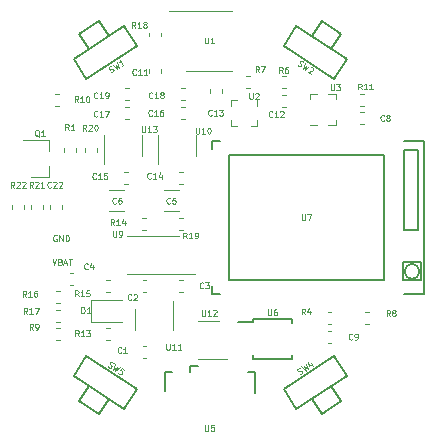
<source format=gbr>
%TF.GenerationSoftware,KiCad,Pcbnew,5.1.5+dfsg1-2~bpo10+1*%
%TF.CreationDate,Date%
%TF.ProjectId,osw-light,6f73772d-6c69-4676-9874-2e6b69636164,1.0*%
%TF.SameCoordinates,Original*%
%TF.FileFunction,Legend,Top*%
%TF.FilePolarity,Positive*%
%FSLAX46Y46*%
G04 Gerber Fmt 4.6, Leading zero omitted, Abs format (unit mm)*
G04 Created by KiCad*
%MOMM*%
%LPD*%
G04 APERTURE LIST*
%ADD10C,0.100000*%
%ADD11C,0.150000*%
%ADD12C,0.120000*%
G04 APERTURE END LIST*
D10*
X63195247Y-103128000D02*
X63147628Y-103104190D01*
X63076200Y-103104190D01*
X63004771Y-103128000D01*
X62957152Y-103175619D01*
X62933342Y-103223238D01*
X62909533Y-103318476D01*
X62909533Y-103389904D01*
X62933342Y-103485142D01*
X62957152Y-103532761D01*
X63004771Y-103580380D01*
X63076200Y-103604190D01*
X63123819Y-103604190D01*
X63195247Y-103580380D01*
X63219057Y-103556571D01*
X63219057Y-103389904D01*
X63123819Y-103389904D01*
X63433342Y-103604190D02*
X63433342Y-103104190D01*
X63719057Y-103604190D01*
X63719057Y-103104190D01*
X63957152Y-103604190D02*
X63957152Y-103104190D01*
X64076200Y-103104190D01*
X64147628Y-103128000D01*
X64195247Y-103175619D01*
X64219057Y-103223238D01*
X64242866Y-103318476D01*
X64242866Y-103389904D01*
X64219057Y-103485142D01*
X64195247Y-103532761D01*
X64147628Y-103580380D01*
X64076200Y-103604190D01*
X63957152Y-103604190D01*
X62856371Y-105123490D02*
X63023038Y-105623490D01*
X63189704Y-105123490D01*
X63523038Y-105361585D02*
X63594466Y-105385395D01*
X63618276Y-105409204D01*
X63642085Y-105456823D01*
X63642085Y-105528252D01*
X63618276Y-105575871D01*
X63594466Y-105599680D01*
X63546847Y-105623490D01*
X63356371Y-105623490D01*
X63356371Y-105123490D01*
X63523038Y-105123490D01*
X63570657Y-105147300D01*
X63594466Y-105171109D01*
X63618276Y-105218728D01*
X63618276Y-105266347D01*
X63594466Y-105313966D01*
X63570657Y-105337776D01*
X63523038Y-105361585D01*
X63356371Y-105361585D01*
X63832561Y-105480633D02*
X64070657Y-105480633D01*
X63784942Y-105623490D02*
X63951609Y-105123490D01*
X64118276Y-105623490D01*
X64213514Y-105123490D02*
X64499228Y-105123490D01*
X64356371Y-105623490D02*
X64356371Y-105123490D01*
D11*
%TO.C,U5*%
X75200000Y-114165500D02*
X74500000Y-114165500D01*
X74500000Y-114165500D02*
X74500000Y-114665500D01*
X80000000Y-116465500D02*
X80000000Y-114665500D01*
X80000000Y-114665500D02*
X79400000Y-114665500D01*
X72400000Y-116265500D02*
X72400000Y-114665500D01*
X72400000Y-114665500D02*
X73000000Y-114665500D01*
%TO.C,SW2*%
X87312054Y-86044416D02*
X86473310Y-87335968D01*
X85634713Y-84955138D02*
X87312054Y-86044416D01*
X84795968Y-86246690D02*
X85634713Y-84955138D01*
X83504416Y-85407946D02*
X82415138Y-87085287D01*
X87764862Y-88174713D02*
X83504416Y-85407946D01*
X86675584Y-89852054D02*
X87764862Y-88174713D01*
X82415138Y-87085287D02*
X86675584Y-89852054D01*
%TO.C,SW1*%
X66765287Y-84955138D02*
X67604032Y-86246690D01*
X65087946Y-86044416D02*
X66765287Y-84955138D01*
X65926690Y-87335968D02*
X65087946Y-86044416D01*
X64635138Y-88174713D02*
X65724416Y-89852054D01*
X68895584Y-85407946D02*
X64635138Y-88174713D01*
X69984862Y-87085287D02*
X68895584Y-85407946D01*
X65724416Y-89852054D02*
X69984862Y-87085287D01*
%TO.C,SW5*%
X65087946Y-117155584D02*
X65926690Y-115864032D01*
X66765287Y-118244862D02*
X65087946Y-117155584D01*
X67604032Y-116953310D02*
X66765287Y-118244862D01*
X68895584Y-117792054D02*
X69984862Y-116114713D01*
X64635138Y-115025287D02*
X68895584Y-117792054D01*
X65724416Y-113347946D02*
X64635138Y-115025287D01*
X69984862Y-116114713D02*
X65724416Y-113347946D01*
%TO.C,SW4*%
X85634713Y-118244862D02*
X84795968Y-116953310D01*
X87312054Y-117155584D02*
X85634713Y-118244862D01*
X86473310Y-115864032D02*
X87312054Y-117155584D01*
X87764862Y-115025287D02*
X86675584Y-113347946D01*
X83504416Y-117792054D02*
X87764862Y-115025287D01*
X82415138Y-116114713D02*
X83504416Y-117792054D01*
X86675584Y-113347946D02*
X82415138Y-116114713D01*
D12*
%TO.C,R18*%
X71054500Y-89054721D02*
X71054500Y-89380279D01*
X72074500Y-89054721D02*
X72074500Y-89380279D01*
%TO.C,C11*%
X72074500Y-86268779D02*
X72074500Y-85943221D01*
X71054500Y-86268779D02*
X71054500Y-85943221D01*
%TO.C,C22*%
X62609000Y-100548221D02*
X62609000Y-100873779D01*
X63629000Y-100548221D02*
X63629000Y-100873779D01*
%TO.C,U13*%
X70393200Y-96404000D02*
X70393200Y-94604000D01*
X67173200Y-94604000D02*
X67173200Y-97054000D01*
%TO.C,U12*%
X76973000Y-110340500D02*
X75173000Y-110340500D01*
X75173000Y-113560500D02*
X77623000Y-113560500D01*
%TO.C,U10*%
X75016000Y-96404000D02*
X75016000Y-94604000D01*
X71796000Y-94604000D02*
X71796000Y-97054000D01*
%TO.C,R22*%
X59383200Y-100873779D02*
X59383200Y-100548221D01*
X60403200Y-100873779D02*
X60403200Y-100548221D01*
%TO.C,R21*%
X62054200Y-100522721D02*
X62054200Y-100848279D01*
X61034200Y-100522721D02*
X61034200Y-100848279D01*
%TO.C,R20*%
X65580800Y-96073179D02*
X65580800Y-95747621D01*
X66600800Y-96073179D02*
X66600800Y-95747621D01*
%TO.C,C19*%
X69026721Y-90676000D02*
X69352279Y-90676000D01*
X69026721Y-91696000D02*
X69352279Y-91696000D01*
%TO.C,C18*%
X73725821Y-90676000D02*
X74051379Y-90676000D01*
X73725821Y-91696000D02*
X74051379Y-91696000D01*
%TO.C,C17*%
X69026721Y-92263500D02*
X69352279Y-92263500D01*
X69026721Y-93283500D02*
X69352279Y-93283500D01*
%TO.C,C16*%
X73725821Y-92263500D02*
X74051379Y-92263500D01*
X73725821Y-93283500D02*
X74051379Y-93283500D01*
%TO.C,C15*%
X68925221Y-97737200D02*
X69250779Y-97737200D01*
X68925221Y-98757200D02*
X69250779Y-98757200D01*
%TO.C,C14*%
X73548021Y-97737200D02*
X73873579Y-97737200D01*
X73548021Y-98757200D02*
X73873579Y-98757200D01*
%TO.C,C6*%
X67673136Y-99267600D02*
X68877264Y-99267600D01*
X67673136Y-101087600D02*
X68877264Y-101087600D01*
%TO.C,C5*%
X72318336Y-99267600D02*
X73522464Y-99267600D01*
X72318336Y-101087600D02*
X73522464Y-101087600D01*
%TO.C,U2*%
X80144800Y-93360800D02*
X80144800Y-93860800D01*
X80144800Y-93860800D02*
X79644800Y-93860800D01*
X79644800Y-93860800D02*
X79644800Y-93860800D01*
X78444800Y-93860800D02*
X77944800Y-93860800D01*
X77944800Y-93860800D02*
X77944800Y-93360800D01*
X77944800Y-93360800D02*
X77944800Y-93360800D01*
X77944800Y-92160800D02*
X77944800Y-91660800D01*
X77944800Y-91660800D02*
X78444800Y-91660800D01*
X78444800Y-91660800D02*
X78444800Y-91660800D01*
X80144800Y-92160800D02*
X80144800Y-91660800D01*
X80144800Y-91660800D02*
X80144800Y-91660800D01*
%TO.C,U9*%
X71323200Y-103190400D02*
X69123200Y-103190400D01*
X71323200Y-103190400D02*
X73523200Y-103190400D01*
X71323200Y-106410400D02*
X69123200Y-106410400D01*
X71323200Y-106410400D02*
X74923200Y-106410400D01*
%TO.C,R19*%
X73548021Y-102668800D02*
X73873579Y-102668800D01*
X73548021Y-101648800D02*
X73873579Y-101648800D01*
%TO.C,C13*%
X77167200Y-91043979D02*
X77167200Y-90718421D01*
X76147200Y-91043979D02*
X76147200Y-90718421D01*
%TO.C,C12*%
X82585679Y-91234800D02*
X82260121Y-91234800D01*
X82585679Y-92254800D02*
X82260121Y-92254800D01*
%TO.C,C9*%
X86146421Y-112270000D02*
X86471979Y-112270000D01*
X86146421Y-111250000D02*
X86471979Y-111250000D01*
%TO.C,C8*%
X89189679Y-92708000D02*
X88864121Y-92708000D01*
X89189679Y-93728000D02*
X88864121Y-93728000D01*
%TO.C,R17*%
X63510379Y-109421200D02*
X63184821Y-109421200D01*
X63510379Y-110441200D02*
X63184821Y-110441200D01*
%TO.C,R16*%
X63184821Y-108866400D02*
X63510379Y-108866400D01*
X63184821Y-107846400D02*
X63510379Y-107846400D01*
%TO.C,R7*%
X79212121Y-89660000D02*
X79537679Y-89660000D01*
X79212121Y-90680000D02*
X79537679Y-90680000D01*
%TO.C,R6*%
X82611179Y-90680000D02*
X82285621Y-90680000D01*
X82611179Y-89660000D02*
X82285621Y-89660000D01*
D10*
%TO.C,U3*%
X86850400Y-93806000D02*
X86850400Y-93326000D01*
X86850400Y-91586000D02*
X86850400Y-91106000D01*
X86850400Y-91106000D02*
X86210400Y-91106000D01*
X86850400Y-93806000D02*
X86210400Y-93806000D01*
X85290400Y-91106000D02*
X84650400Y-91106000D01*
X84650400Y-91586000D02*
X84650400Y-91106000D01*
X85290400Y-93806000D02*
X84650400Y-93806000D01*
D12*
%TO.C,U1*%
X76136500Y-89224800D02*
X78086500Y-89224800D01*
X76136500Y-89224800D02*
X74186500Y-89224800D01*
X76136500Y-84104800D02*
X78086500Y-84104800D01*
X76136500Y-84104800D02*
X72686500Y-84104800D01*
D11*
%TO.C,U6*%
X79808200Y-110237400D02*
X79808200Y-110462400D01*
X83158200Y-110237400D02*
X83158200Y-110537400D01*
X83158200Y-113587400D02*
X83158200Y-113287400D01*
X79808200Y-113587400D02*
X79808200Y-113287400D01*
X79808200Y-110237400D02*
X83158200Y-110237400D01*
X79808200Y-113587400D02*
X83158200Y-113587400D01*
X79808200Y-110462400D02*
X78583200Y-110462400D01*
D12*
%TO.C,U11*%
X69814800Y-109336000D02*
X69814800Y-111136000D01*
X73034800Y-111136000D02*
X73034800Y-108686000D01*
%TO.C,R11*%
X88864121Y-91133200D02*
X89189679Y-91133200D01*
X88864121Y-92153200D02*
X89189679Y-92153200D01*
%TO.C,R10*%
X63408779Y-92153200D02*
X63083221Y-92153200D01*
X63408779Y-91133200D02*
X63083221Y-91133200D01*
%TO.C,R14*%
X70774779Y-102668800D02*
X70449221Y-102668800D01*
X70774779Y-101648800D02*
X70449221Y-101648800D01*
%TO.C,R4*%
X86146421Y-109599000D02*
X86471979Y-109599000D01*
X86146421Y-110619000D02*
X86471979Y-110619000D01*
%TO.C,R15*%
X67688679Y-107952000D02*
X67363121Y-107952000D01*
X67688679Y-106932000D02*
X67363121Y-106932000D01*
%TO.C,R13*%
X67401221Y-110996000D02*
X67726779Y-110996000D01*
X67401221Y-112016000D02*
X67726779Y-112016000D01*
%TO.C,R1*%
X64822800Y-95747621D02*
X64822800Y-96073179D01*
X63802800Y-95747621D02*
X63802800Y-96073179D01*
%TO.C,Q1*%
X62532800Y-98201600D02*
X62532800Y-97271600D01*
X62532800Y-95041600D02*
X62532800Y-95971600D01*
X62532800Y-95041600D02*
X60372800Y-95041600D01*
X62532800Y-98201600D02*
X61072800Y-98201600D01*
%TO.C,D1*%
X68767200Y-108564800D02*
X66082200Y-108564800D01*
X66082200Y-108564800D02*
X66082200Y-110484800D01*
X66082200Y-110484800D02*
X68767200Y-110484800D01*
%TO.C,C4*%
X64627979Y-107291600D02*
X64302421Y-107291600D01*
X64627979Y-106271600D02*
X64302421Y-106271600D01*
%TO.C,C3*%
X73560621Y-106932000D02*
X73886179Y-106932000D01*
X73560621Y-107952000D02*
X73886179Y-107952000D01*
%TO.C,C2*%
X70474621Y-106932000D02*
X70800179Y-106932000D01*
X70474621Y-107952000D02*
X70800179Y-107952000D01*
%TO.C,C1*%
X70474521Y-112469200D02*
X70800079Y-112469200D01*
X70474521Y-113489200D02*
X70800079Y-113489200D01*
%TO.C,R9*%
X63484879Y-112016000D02*
X63159321Y-112016000D01*
X63484879Y-110996000D02*
X63159321Y-110996000D01*
%TO.C,R8*%
X89672379Y-110593600D02*
X89346821Y-110593600D01*
X89672379Y-109573600D02*
X89346821Y-109573600D01*
D11*
%TO.C,U7*%
X94286000Y-95100000D02*
X94286000Y-108100000D01*
X92586000Y-108100000D02*
X94286000Y-108100000D01*
X92586000Y-95100000D02*
X94286000Y-95100000D01*
X76336000Y-95800000D02*
X76336000Y-95100000D01*
X77036000Y-95100000D02*
X76336000Y-95100000D01*
X76336000Y-107400000D02*
X76336000Y-108100000D01*
X77036000Y-108100000D02*
X76336000Y-108100000D01*
X77787500Y-96330000D02*
X90932000Y-96330000D01*
X77787500Y-106870000D02*
X77787500Y-96330000D01*
X90932000Y-106870000D02*
X77787500Y-106870000D01*
X90932000Y-96330000D02*
X90932000Y-106870000D01*
X92529000Y-105406000D02*
X94053000Y-105406000D01*
X92529000Y-106930000D02*
X92529000Y-105406000D01*
X94053000Y-106930000D02*
X92529000Y-106930000D01*
X94053000Y-105406000D02*
X94053000Y-106930000D01*
X93926000Y-106168000D02*
G75*
G03X93926000Y-106168000I-635000J0D01*
G01*
X93836000Y-102662000D02*
X93836000Y-95931000D01*
X92636000Y-102662000D02*
X93836000Y-102662000D01*
X92636000Y-95931000D02*
X92636000Y-102662000D01*
X93836000Y-95931000D02*
X92636000Y-95931000D01*
%TD*%
%TO.C,U5*%
D10*
X75755547Y-119169690D02*
X75755547Y-119574452D01*
X75779357Y-119622071D01*
X75803166Y-119645880D01*
X75850785Y-119669690D01*
X75946023Y-119669690D01*
X75993642Y-119645880D01*
X76017452Y-119622071D01*
X76041261Y-119574452D01*
X76041261Y-119169690D01*
X76517452Y-119169690D02*
X76279357Y-119169690D01*
X76255547Y-119407785D01*
X76279357Y-119383976D01*
X76326976Y-119360166D01*
X76446023Y-119360166D01*
X76493642Y-119383976D01*
X76517452Y-119407785D01*
X76541261Y-119455404D01*
X76541261Y-119574452D01*
X76517452Y-119622071D01*
X76493642Y-119645880D01*
X76446023Y-119669690D01*
X76326976Y-119669690D01*
X76279357Y-119645880D01*
X76255547Y-119622071D01*
%TO.C,SW2*%
X83601623Y-88676402D02*
X83648561Y-88735273D01*
X83748402Y-88800111D01*
X83801307Y-88806078D01*
X83834243Y-88799077D01*
X83880146Y-88772108D01*
X83906081Y-88732171D01*
X83912048Y-88679267D01*
X83905047Y-88646331D01*
X83878078Y-88600427D01*
X83811173Y-88528589D01*
X83784203Y-88482685D01*
X83777203Y-88449749D01*
X83783170Y-88396845D01*
X83809105Y-88356908D01*
X83855008Y-88329939D01*
X83887944Y-88322938D01*
X83940849Y-88328905D01*
X84040690Y-88393743D01*
X84087628Y-88452614D01*
X84240374Y-88523419D02*
X84067896Y-89007592D01*
X84342283Y-88759938D01*
X84227643Y-89111333D01*
X84599804Y-88756836D01*
X84713647Y-88887546D02*
X84746583Y-88880545D01*
X84799487Y-88886512D01*
X84899329Y-88951350D01*
X84926298Y-88997253D01*
X84933299Y-89030189D01*
X84927332Y-89083094D01*
X84901397Y-89123030D01*
X84842526Y-89169968D01*
X84447295Y-89253977D01*
X84706883Y-89422555D01*
%TO.C,SW1*%
X67814659Y-89320041D02*
X67887532Y-89301107D01*
X67987374Y-89236269D01*
X68014343Y-89190365D01*
X68021344Y-89157429D01*
X68015377Y-89104525D01*
X67989442Y-89064588D01*
X67943538Y-89037619D01*
X67910602Y-89030618D01*
X67857698Y-89036585D01*
X67764857Y-89068487D01*
X67711952Y-89074454D01*
X67679017Y-89067453D01*
X67633113Y-89040484D01*
X67607178Y-89000548D01*
X67601211Y-88947643D01*
X67608212Y-88914707D01*
X67635181Y-88868804D01*
X67735023Y-88803966D01*
X67807895Y-88785031D01*
X67934706Y-88674290D02*
X68306867Y-89028787D01*
X68192227Y-88677392D01*
X68466614Y-88925046D01*
X68294136Y-88440873D01*
X68945854Y-88613824D02*
X68706234Y-88769435D01*
X68826044Y-88691630D02*
X68553725Y-88272294D01*
X68552691Y-88358135D01*
X68538689Y-88424007D01*
X68511720Y-88469910D01*
%TO.C,SW5*%
X67540151Y-114186337D02*
X67587089Y-114245208D01*
X67686930Y-114310046D01*
X67739835Y-114316013D01*
X67772771Y-114309012D01*
X67818674Y-114282043D01*
X67844609Y-114242106D01*
X67850576Y-114189202D01*
X67843575Y-114156266D01*
X67816606Y-114110362D01*
X67749701Y-114038524D01*
X67722731Y-113992620D01*
X67715731Y-113959684D01*
X67721698Y-113906780D01*
X67747633Y-113866843D01*
X67793536Y-113839874D01*
X67826472Y-113832873D01*
X67879377Y-113838840D01*
X67979218Y-113903678D01*
X68026156Y-113962549D01*
X68178902Y-114033354D02*
X68006424Y-114517527D01*
X68280811Y-114269873D01*
X68166171Y-114621268D01*
X68538332Y-114266771D01*
X68897762Y-114500188D02*
X68698079Y-114370512D01*
X68548434Y-114557228D01*
X68581370Y-114550227D01*
X68634275Y-114556194D01*
X68734116Y-114621032D01*
X68761086Y-114666935D01*
X68768086Y-114699871D01*
X68762119Y-114752775D01*
X68697281Y-114852617D01*
X68651378Y-114879586D01*
X68618442Y-114886587D01*
X68565538Y-114880620D01*
X68465696Y-114815782D01*
X68438727Y-114769879D01*
X68431726Y-114736943D01*
%TO.C,SW4*%
X83802910Y-114858223D02*
X83875783Y-114839289D01*
X83975625Y-114774451D01*
X84002594Y-114728547D01*
X84009595Y-114695611D01*
X84003628Y-114642707D01*
X83977693Y-114602770D01*
X83931789Y-114575801D01*
X83898853Y-114568800D01*
X83845949Y-114574767D01*
X83753108Y-114606669D01*
X83700203Y-114612636D01*
X83667268Y-114605635D01*
X83621364Y-114578666D01*
X83595429Y-114538730D01*
X83589462Y-114485825D01*
X83596463Y-114452889D01*
X83623432Y-114406986D01*
X83723274Y-114342148D01*
X83796146Y-114323213D01*
X83922957Y-114212472D02*
X84295118Y-114566969D01*
X84180478Y-114215574D01*
X84454865Y-114463228D01*
X84282387Y-113979055D01*
X84712622Y-113898384D02*
X84894169Y-114177941D01*
X84509040Y-113803476D02*
X84603712Y-114167839D01*
X84863301Y-113999260D01*
%TO.C,R18*%
X69879091Y-85544790D02*
X69712424Y-85306695D01*
X69593377Y-85544790D02*
X69593377Y-85044790D01*
X69783853Y-85044790D01*
X69831472Y-85068600D01*
X69855281Y-85092409D01*
X69879091Y-85140028D01*
X69879091Y-85211457D01*
X69855281Y-85259076D01*
X69831472Y-85282885D01*
X69783853Y-85306695D01*
X69593377Y-85306695D01*
X70355281Y-85544790D02*
X70069567Y-85544790D01*
X70212424Y-85544790D02*
X70212424Y-85044790D01*
X70164805Y-85116219D01*
X70117186Y-85163838D01*
X70069567Y-85187647D01*
X70640996Y-85259076D02*
X70593377Y-85235266D01*
X70569567Y-85211457D01*
X70545758Y-85163838D01*
X70545758Y-85140028D01*
X70569567Y-85092409D01*
X70593377Y-85068600D01*
X70640996Y-85044790D01*
X70736234Y-85044790D01*
X70783853Y-85068600D01*
X70807662Y-85092409D01*
X70831472Y-85140028D01*
X70831472Y-85163838D01*
X70807662Y-85211457D01*
X70783853Y-85235266D01*
X70736234Y-85259076D01*
X70640996Y-85259076D01*
X70593377Y-85282885D01*
X70569567Y-85306695D01*
X70545758Y-85354314D01*
X70545758Y-85449552D01*
X70569567Y-85497171D01*
X70593377Y-85520980D01*
X70640996Y-85544790D01*
X70736234Y-85544790D01*
X70783853Y-85520980D01*
X70807662Y-85497171D01*
X70831472Y-85449552D01*
X70831472Y-85354314D01*
X70807662Y-85306695D01*
X70783853Y-85282885D01*
X70736234Y-85259076D01*
%TO.C,C11*%
X69924811Y-89484971D02*
X69901001Y-89508780D01*
X69829573Y-89532590D01*
X69781954Y-89532590D01*
X69710525Y-89508780D01*
X69662906Y-89461161D01*
X69639097Y-89413542D01*
X69615287Y-89318304D01*
X69615287Y-89246876D01*
X69639097Y-89151638D01*
X69662906Y-89104019D01*
X69710525Y-89056400D01*
X69781954Y-89032590D01*
X69829573Y-89032590D01*
X69901001Y-89056400D01*
X69924811Y-89080209D01*
X70401001Y-89532590D02*
X70115287Y-89532590D01*
X70258144Y-89532590D02*
X70258144Y-89032590D01*
X70210525Y-89104019D01*
X70162906Y-89151638D01*
X70115287Y-89175447D01*
X70877192Y-89532590D02*
X70591478Y-89532590D01*
X70734335Y-89532590D02*
X70734335Y-89032590D01*
X70686716Y-89104019D01*
X70639097Y-89151638D01*
X70591478Y-89175447D01*
%TO.C,C22*%
X62721371Y-99035371D02*
X62697561Y-99059180D01*
X62626133Y-99082990D01*
X62578514Y-99082990D01*
X62507085Y-99059180D01*
X62459466Y-99011561D01*
X62435657Y-98963942D01*
X62411847Y-98868704D01*
X62411847Y-98797276D01*
X62435657Y-98702038D01*
X62459466Y-98654419D01*
X62507085Y-98606800D01*
X62578514Y-98582990D01*
X62626133Y-98582990D01*
X62697561Y-98606800D01*
X62721371Y-98630609D01*
X62911847Y-98630609D02*
X62935657Y-98606800D01*
X62983276Y-98582990D01*
X63102323Y-98582990D01*
X63149942Y-98606800D01*
X63173752Y-98630609D01*
X63197561Y-98678228D01*
X63197561Y-98725847D01*
X63173752Y-98797276D01*
X62888038Y-99082990D01*
X63197561Y-99082990D01*
X63388038Y-98630609D02*
X63411847Y-98606800D01*
X63459466Y-98582990D01*
X63578514Y-98582990D01*
X63626133Y-98606800D01*
X63649942Y-98630609D01*
X63673752Y-98678228D01*
X63673752Y-98725847D01*
X63649942Y-98797276D01*
X63364228Y-99082990D01*
X63673752Y-99082990D01*
%TO.C,U13*%
X70409512Y-93889070D02*
X70409512Y-94293832D01*
X70433321Y-94341451D01*
X70457131Y-94365260D01*
X70504750Y-94389070D01*
X70599988Y-94389070D01*
X70647607Y-94365260D01*
X70671417Y-94341451D01*
X70695226Y-94293832D01*
X70695226Y-93889070D01*
X71195226Y-94389070D02*
X70909512Y-94389070D01*
X71052369Y-94389070D02*
X71052369Y-93889070D01*
X71004750Y-93960499D01*
X70957131Y-94008118D01*
X70909512Y-94031927D01*
X71361893Y-93889070D02*
X71671417Y-93889070D01*
X71504750Y-94079546D01*
X71576179Y-94079546D01*
X71623798Y-94103356D01*
X71647607Y-94127165D01*
X71671417Y-94174784D01*
X71671417Y-94293832D01*
X71647607Y-94341451D01*
X71623798Y-94365260D01*
X71576179Y-94389070D01*
X71433321Y-94389070D01*
X71385702Y-94365260D01*
X71361893Y-94341451D01*
%TO.C,U12*%
X75492052Y-109428790D02*
X75492052Y-109833552D01*
X75515861Y-109881171D01*
X75539671Y-109904980D01*
X75587290Y-109928790D01*
X75682528Y-109928790D01*
X75730147Y-109904980D01*
X75753957Y-109881171D01*
X75777766Y-109833552D01*
X75777766Y-109428790D01*
X76277766Y-109928790D02*
X75992052Y-109928790D01*
X76134909Y-109928790D02*
X76134909Y-109428790D01*
X76087290Y-109500219D01*
X76039671Y-109547838D01*
X75992052Y-109571647D01*
X76468242Y-109476409D02*
X76492052Y-109452600D01*
X76539671Y-109428790D01*
X76658719Y-109428790D01*
X76706338Y-109452600D01*
X76730147Y-109476409D01*
X76753957Y-109524028D01*
X76753957Y-109571647D01*
X76730147Y-109643076D01*
X76444433Y-109928790D01*
X76753957Y-109928790D01*
%TO.C,U10*%
X74984052Y-94000830D02*
X74984052Y-94405592D01*
X75007861Y-94453211D01*
X75031671Y-94477020D01*
X75079290Y-94500830D01*
X75174528Y-94500830D01*
X75222147Y-94477020D01*
X75245957Y-94453211D01*
X75269766Y-94405592D01*
X75269766Y-94000830D01*
X75769766Y-94500830D02*
X75484052Y-94500830D01*
X75626909Y-94500830D02*
X75626909Y-94000830D01*
X75579290Y-94072259D01*
X75531671Y-94119878D01*
X75484052Y-94143687D01*
X76079290Y-94000830D02*
X76126909Y-94000830D01*
X76174528Y-94024640D01*
X76198338Y-94048449D01*
X76222147Y-94096068D01*
X76245957Y-94191306D01*
X76245957Y-94310354D01*
X76222147Y-94405592D01*
X76198338Y-94453211D01*
X76174528Y-94477020D01*
X76126909Y-94500830D01*
X76079290Y-94500830D01*
X76031671Y-94477020D01*
X76007861Y-94453211D01*
X75984052Y-94405592D01*
X75960242Y-94310354D01*
X75960242Y-94191306D01*
X75984052Y-94096068D01*
X76007861Y-94048449D01*
X76031671Y-94024640D01*
X76079290Y-94000830D01*
%TO.C,R22*%
X59622571Y-99082990D02*
X59455904Y-98844895D01*
X59336857Y-99082990D02*
X59336857Y-98582990D01*
X59527333Y-98582990D01*
X59574952Y-98606800D01*
X59598761Y-98630609D01*
X59622571Y-98678228D01*
X59622571Y-98749657D01*
X59598761Y-98797276D01*
X59574952Y-98821085D01*
X59527333Y-98844895D01*
X59336857Y-98844895D01*
X59813047Y-98630609D02*
X59836857Y-98606800D01*
X59884476Y-98582990D01*
X60003523Y-98582990D01*
X60051142Y-98606800D01*
X60074952Y-98630609D01*
X60098761Y-98678228D01*
X60098761Y-98725847D01*
X60074952Y-98797276D01*
X59789238Y-99082990D01*
X60098761Y-99082990D01*
X60289238Y-98630609D02*
X60313047Y-98606800D01*
X60360666Y-98582990D01*
X60479714Y-98582990D01*
X60527333Y-98606800D01*
X60551142Y-98630609D01*
X60574952Y-98678228D01*
X60574952Y-98725847D01*
X60551142Y-98797276D01*
X60265428Y-99082990D01*
X60574952Y-99082990D01*
%TO.C,R21*%
X61197371Y-99082990D02*
X61030704Y-98844895D01*
X60911657Y-99082990D02*
X60911657Y-98582990D01*
X61102133Y-98582990D01*
X61149752Y-98606800D01*
X61173561Y-98630609D01*
X61197371Y-98678228D01*
X61197371Y-98749657D01*
X61173561Y-98797276D01*
X61149752Y-98821085D01*
X61102133Y-98844895D01*
X60911657Y-98844895D01*
X61387847Y-98630609D02*
X61411657Y-98606800D01*
X61459276Y-98582990D01*
X61578323Y-98582990D01*
X61625942Y-98606800D01*
X61649752Y-98630609D01*
X61673561Y-98678228D01*
X61673561Y-98725847D01*
X61649752Y-98797276D01*
X61364038Y-99082990D01*
X61673561Y-99082990D01*
X62149752Y-99082990D02*
X61864038Y-99082990D01*
X62006895Y-99082990D02*
X62006895Y-98582990D01*
X61959276Y-98654419D01*
X61911657Y-98702038D01*
X61864038Y-98725847D01*
%TO.C,R20*%
X65731271Y-94244190D02*
X65564604Y-94006095D01*
X65445557Y-94244190D02*
X65445557Y-93744190D01*
X65636033Y-93744190D01*
X65683652Y-93768000D01*
X65707461Y-93791809D01*
X65731271Y-93839428D01*
X65731271Y-93910857D01*
X65707461Y-93958476D01*
X65683652Y-93982285D01*
X65636033Y-94006095D01*
X65445557Y-94006095D01*
X65921747Y-93791809D02*
X65945557Y-93768000D01*
X65993176Y-93744190D01*
X66112223Y-93744190D01*
X66159842Y-93768000D01*
X66183652Y-93791809D01*
X66207461Y-93839428D01*
X66207461Y-93887047D01*
X66183652Y-93958476D01*
X65897938Y-94244190D01*
X66207461Y-94244190D01*
X66516985Y-93744190D02*
X66564604Y-93744190D01*
X66612223Y-93768000D01*
X66636033Y-93791809D01*
X66659842Y-93839428D01*
X66683652Y-93934666D01*
X66683652Y-94053714D01*
X66659842Y-94148952D01*
X66636033Y-94196571D01*
X66612223Y-94220380D01*
X66564604Y-94244190D01*
X66516985Y-94244190D01*
X66469366Y-94220380D01*
X66445557Y-94196571D01*
X66421747Y-94148952D01*
X66397938Y-94053714D01*
X66397938Y-93934666D01*
X66421747Y-93839428D01*
X66445557Y-93791809D01*
X66469366Y-93768000D01*
X66516985Y-93744190D01*
%TO.C,C19*%
X66645671Y-91453471D02*
X66621861Y-91477280D01*
X66550433Y-91501090D01*
X66502814Y-91501090D01*
X66431385Y-91477280D01*
X66383766Y-91429661D01*
X66359957Y-91382042D01*
X66336147Y-91286804D01*
X66336147Y-91215376D01*
X66359957Y-91120138D01*
X66383766Y-91072519D01*
X66431385Y-91024900D01*
X66502814Y-91001090D01*
X66550433Y-91001090D01*
X66621861Y-91024900D01*
X66645671Y-91048709D01*
X67121861Y-91501090D02*
X66836147Y-91501090D01*
X66979004Y-91501090D02*
X66979004Y-91001090D01*
X66931385Y-91072519D01*
X66883766Y-91120138D01*
X66836147Y-91143947D01*
X67359957Y-91501090D02*
X67455195Y-91501090D01*
X67502814Y-91477280D01*
X67526623Y-91453471D01*
X67574242Y-91382042D01*
X67598052Y-91286804D01*
X67598052Y-91096328D01*
X67574242Y-91048709D01*
X67550433Y-91024900D01*
X67502814Y-91001090D01*
X67407576Y-91001090D01*
X67359957Y-91024900D01*
X67336147Y-91048709D01*
X67312338Y-91096328D01*
X67312338Y-91215376D01*
X67336147Y-91262995D01*
X67359957Y-91286804D01*
X67407576Y-91310614D01*
X67502814Y-91310614D01*
X67550433Y-91286804D01*
X67574242Y-91262995D01*
X67598052Y-91215376D01*
%TO.C,C18*%
X71319271Y-91453471D02*
X71295461Y-91477280D01*
X71224033Y-91501090D01*
X71176414Y-91501090D01*
X71104985Y-91477280D01*
X71057366Y-91429661D01*
X71033557Y-91382042D01*
X71009747Y-91286804D01*
X71009747Y-91215376D01*
X71033557Y-91120138D01*
X71057366Y-91072519D01*
X71104985Y-91024900D01*
X71176414Y-91001090D01*
X71224033Y-91001090D01*
X71295461Y-91024900D01*
X71319271Y-91048709D01*
X71795461Y-91501090D02*
X71509747Y-91501090D01*
X71652604Y-91501090D02*
X71652604Y-91001090D01*
X71604985Y-91072519D01*
X71557366Y-91120138D01*
X71509747Y-91143947D01*
X72081176Y-91215376D02*
X72033557Y-91191566D01*
X72009747Y-91167757D01*
X71985938Y-91120138D01*
X71985938Y-91096328D01*
X72009747Y-91048709D01*
X72033557Y-91024900D01*
X72081176Y-91001090D01*
X72176414Y-91001090D01*
X72224033Y-91024900D01*
X72247842Y-91048709D01*
X72271652Y-91096328D01*
X72271652Y-91120138D01*
X72247842Y-91167757D01*
X72224033Y-91191566D01*
X72176414Y-91215376D01*
X72081176Y-91215376D01*
X72033557Y-91239185D01*
X72009747Y-91262995D01*
X71985938Y-91310614D01*
X71985938Y-91405852D01*
X72009747Y-91453471D01*
X72033557Y-91477280D01*
X72081176Y-91501090D01*
X72176414Y-91501090D01*
X72224033Y-91477280D01*
X72247842Y-91453471D01*
X72271652Y-91405852D01*
X72271652Y-91310614D01*
X72247842Y-91262995D01*
X72224033Y-91239185D01*
X72176414Y-91215376D01*
%TO.C,C17*%
X66645671Y-93015571D02*
X66621861Y-93039380D01*
X66550433Y-93063190D01*
X66502814Y-93063190D01*
X66431385Y-93039380D01*
X66383766Y-92991761D01*
X66359957Y-92944142D01*
X66336147Y-92848904D01*
X66336147Y-92777476D01*
X66359957Y-92682238D01*
X66383766Y-92634619D01*
X66431385Y-92587000D01*
X66502814Y-92563190D01*
X66550433Y-92563190D01*
X66621861Y-92587000D01*
X66645671Y-92610809D01*
X67121861Y-93063190D02*
X66836147Y-93063190D01*
X66979004Y-93063190D02*
X66979004Y-92563190D01*
X66931385Y-92634619D01*
X66883766Y-92682238D01*
X66836147Y-92706047D01*
X67288528Y-92563190D02*
X67621861Y-92563190D01*
X67407576Y-93063190D01*
%TO.C,C16*%
X71281171Y-92952071D02*
X71257361Y-92975880D01*
X71185933Y-92999690D01*
X71138314Y-92999690D01*
X71066885Y-92975880D01*
X71019266Y-92928261D01*
X70995457Y-92880642D01*
X70971647Y-92785404D01*
X70971647Y-92713976D01*
X70995457Y-92618738D01*
X71019266Y-92571119D01*
X71066885Y-92523500D01*
X71138314Y-92499690D01*
X71185933Y-92499690D01*
X71257361Y-92523500D01*
X71281171Y-92547309D01*
X71757361Y-92999690D02*
X71471647Y-92999690D01*
X71614504Y-92999690D02*
X71614504Y-92499690D01*
X71566885Y-92571119D01*
X71519266Y-92618738D01*
X71471647Y-92642547D01*
X72185933Y-92499690D02*
X72090695Y-92499690D01*
X72043076Y-92523500D01*
X72019266Y-92547309D01*
X71971647Y-92618738D01*
X71947838Y-92713976D01*
X71947838Y-92904452D01*
X71971647Y-92952071D01*
X71995457Y-92975880D01*
X72043076Y-92999690D01*
X72138314Y-92999690D01*
X72185933Y-92975880D01*
X72209742Y-92952071D01*
X72233552Y-92904452D01*
X72233552Y-92785404D01*
X72209742Y-92737785D01*
X72185933Y-92713976D01*
X72138314Y-92690166D01*
X72043076Y-92690166D01*
X71995457Y-92713976D01*
X71971647Y-92737785D01*
X71947838Y-92785404D01*
%TO.C,C15*%
X66531371Y-98298771D02*
X66507561Y-98322580D01*
X66436133Y-98346390D01*
X66388514Y-98346390D01*
X66317085Y-98322580D01*
X66269466Y-98274961D01*
X66245657Y-98227342D01*
X66221847Y-98132104D01*
X66221847Y-98060676D01*
X66245657Y-97965438D01*
X66269466Y-97917819D01*
X66317085Y-97870200D01*
X66388514Y-97846390D01*
X66436133Y-97846390D01*
X66507561Y-97870200D01*
X66531371Y-97894009D01*
X67007561Y-98346390D02*
X66721847Y-98346390D01*
X66864704Y-98346390D02*
X66864704Y-97846390D01*
X66817085Y-97917819D01*
X66769466Y-97965438D01*
X66721847Y-97989247D01*
X67459942Y-97846390D02*
X67221847Y-97846390D01*
X67198038Y-98084485D01*
X67221847Y-98060676D01*
X67269466Y-98036866D01*
X67388514Y-98036866D01*
X67436133Y-98060676D01*
X67459942Y-98084485D01*
X67483752Y-98132104D01*
X67483752Y-98251152D01*
X67459942Y-98298771D01*
X67436133Y-98322580D01*
X67388514Y-98346390D01*
X67269466Y-98346390D01*
X67221847Y-98322580D01*
X67198038Y-98298771D01*
%TO.C,C14*%
X71179571Y-98260671D02*
X71155761Y-98284480D01*
X71084333Y-98308290D01*
X71036714Y-98308290D01*
X70965285Y-98284480D01*
X70917666Y-98236861D01*
X70893857Y-98189242D01*
X70870047Y-98094004D01*
X70870047Y-98022576D01*
X70893857Y-97927338D01*
X70917666Y-97879719D01*
X70965285Y-97832100D01*
X71036714Y-97808290D01*
X71084333Y-97808290D01*
X71155761Y-97832100D01*
X71179571Y-97855909D01*
X71655761Y-98308290D02*
X71370047Y-98308290D01*
X71512904Y-98308290D02*
X71512904Y-97808290D01*
X71465285Y-97879719D01*
X71417666Y-97927338D01*
X71370047Y-97951147D01*
X72084333Y-97974957D02*
X72084333Y-98308290D01*
X71965285Y-97784480D02*
X71846238Y-98141623D01*
X72155761Y-98141623D01*
%TO.C,C6*%
X68229966Y-100381571D02*
X68206157Y-100405380D01*
X68134728Y-100429190D01*
X68087109Y-100429190D01*
X68015680Y-100405380D01*
X67968061Y-100357761D01*
X67944252Y-100310142D01*
X67920442Y-100214904D01*
X67920442Y-100143476D01*
X67944252Y-100048238D01*
X67968061Y-100000619D01*
X68015680Y-99953000D01*
X68087109Y-99929190D01*
X68134728Y-99929190D01*
X68206157Y-99953000D01*
X68229966Y-99976809D01*
X68658538Y-99929190D02*
X68563300Y-99929190D01*
X68515680Y-99953000D01*
X68491871Y-99976809D01*
X68444252Y-100048238D01*
X68420442Y-100143476D01*
X68420442Y-100333952D01*
X68444252Y-100381571D01*
X68468061Y-100405380D01*
X68515680Y-100429190D01*
X68610919Y-100429190D01*
X68658538Y-100405380D01*
X68682347Y-100381571D01*
X68706157Y-100333952D01*
X68706157Y-100214904D01*
X68682347Y-100167285D01*
X68658538Y-100143476D01*
X68610919Y-100119666D01*
X68515680Y-100119666D01*
X68468061Y-100143476D01*
X68444252Y-100167285D01*
X68420442Y-100214904D01*
%TO.C,C5*%
X72814666Y-100381571D02*
X72790857Y-100405380D01*
X72719428Y-100429190D01*
X72671809Y-100429190D01*
X72600380Y-100405380D01*
X72552761Y-100357761D01*
X72528952Y-100310142D01*
X72505142Y-100214904D01*
X72505142Y-100143476D01*
X72528952Y-100048238D01*
X72552761Y-100000619D01*
X72600380Y-99953000D01*
X72671809Y-99929190D01*
X72719428Y-99929190D01*
X72790857Y-99953000D01*
X72814666Y-99976809D01*
X73267047Y-99929190D02*
X73028952Y-99929190D01*
X73005142Y-100167285D01*
X73028952Y-100143476D01*
X73076571Y-100119666D01*
X73195619Y-100119666D01*
X73243238Y-100143476D01*
X73267047Y-100167285D01*
X73290857Y-100214904D01*
X73290857Y-100333952D01*
X73267047Y-100381571D01*
X73243238Y-100405380D01*
X73195619Y-100429190D01*
X73076571Y-100429190D01*
X73028952Y-100405380D01*
X73005142Y-100381571D01*
%TO.C,U2*%
X79527447Y-91064590D02*
X79527447Y-91469352D01*
X79551257Y-91516971D01*
X79575066Y-91540780D01*
X79622685Y-91564590D01*
X79717923Y-91564590D01*
X79765542Y-91540780D01*
X79789352Y-91516971D01*
X79813161Y-91469352D01*
X79813161Y-91064590D01*
X80027447Y-91112209D02*
X80051257Y-91088400D01*
X80098876Y-91064590D01*
X80217923Y-91064590D01*
X80265542Y-91088400D01*
X80289352Y-91112209D01*
X80313161Y-91159828D01*
X80313161Y-91207447D01*
X80289352Y-91278876D01*
X80003638Y-91564590D01*
X80313161Y-91564590D01*
%TO.C,U9*%
X67972987Y-102738430D02*
X67972987Y-103143192D01*
X67996797Y-103190811D01*
X68020606Y-103214620D01*
X68068225Y-103238430D01*
X68163463Y-103238430D01*
X68211082Y-103214620D01*
X68234892Y-103190811D01*
X68258701Y-103143192D01*
X68258701Y-102738430D01*
X68520606Y-103238430D02*
X68615844Y-103238430D01*
X68663463Y-103214620D01*
X68687273Y-103190811D01*
X68734892Y-103119382D01*
X68758701Y-103024144D01*
X68758701Y-102833668D01*
X68734892Y-102786049D01*
X68711082Y-102762240D01*
X68663463Y-102738430D01*
X68568225Y-102738430D01*
X68520606Y-102762240D01*
X68496797Y-102786049D01*
X68472987Y-102833668D01*
X68472987Y-102952716D01*
X68496797Y-103000335D01*
X68520606Y-103024144D01*
X68568225Y-103047954D01*
X68663463Y-103047954D01*
X68711082Y-103024144D01*
X68734892Y-103000335D01*
X68758701Y-102952716D01*
%TO.C,R19*%
X74214871Y-103375590D02*
X74048204Y-103137495D01*
X73929157Y-103375590D02*
X73929157Y-102875590D01*
X74119633Y-102875590D01*
X74167252Y-102899400D01*
X74191061Y-102923209D01*
X74214871Y-102970828D01*
X74214871Y-103042257D01*
X74191061Y-103089876D01*
X74167252Y-103113685D01*
X74119633Y-103137495D01*
X73929157Y-103137495D01*
X74691061Y-103375590D02*
X74405347Y-103375590D01*
X74548204Y-103375590D02*
X74548204Y-102875590D01*
X74500585Y-102947019D01*
X74452966Y-102994638D01*
X74405347Y-103018447D01*
X74929157Y-103375590D02*
X75024395Y-103375590D01*
X75072014Y-103351780D01*
X75095823Y-103327971D01*
X75143442Y-103256542D01*
X75167252Y-103161304D01*
X75167252Y-102970828D01*
X75143442Y-102923209D01*
X75119633Y-102899400D01*
X75072014Y-102875590D01*
X74976776Y-102875590D01*
X74929157Y-102899400D01*
X74905347Y-102923209D01*
X74881538Y-102970828D01*
X74881538Y-103089876D01*
X74905347Y-103137495D01*
X74929157Y-103161304D01*
X74976776Y-103185114D01*
X75072014Y-103185114D01*
X75119633Y-103161304D01*
X75143442Y-103137495D01*
X75167252Y-103089876D01*
%TO.C,C13*%
X76334271Y-92936971D02*
X76310461Y-92960780D01*
X76239033Y-92984590D01*
X76191414Y-92984590D01*
X76119985Y-92960780D01*
X76072366Y-92913161D01*
X76048557Y-92865542D01*
X76024747Y-92770304D01*
X76024747Y-92698876D01*
X76048557Y-92603638D01*
X76072366Y-92556019D01*
X76119985Y-92508400D01*
X76191414Y-92484590D01*
X76239033Y-92484590D01*
X76310461Y-92508400D01*
X76334271Y-92532209D01*
X76810461Y-92984590D02*
X76524747Y-92984590D01*
X76667604Y-92984590D02*
X76667604Y-92484590D01*
X76619985Y-92556019D01*
X76572366Y-92603638D01*
X76524747Y-92627447D01*
X76977128Y-92484590D02*
X77286652Y-92484590D01*
X77119985Y-92675066D01*
X77191414Y-92675066D01*
X77239033Y-92698876D01*
X77262842Y-92722685D01*
X77286652Y-92770304D01*
X77286652Y-92889352D01*
X77262842Y-92936971D01*
X77239033Y-92960780D01*
X77191414Y-92984590D01*
X77048557Y-92984590D01*
X77000938Y-92960780D01*
X76977128Y-92936971D01*
%TO.C,C12*%
X81466571Y-93053671D02*
X81442761Y-93077480D01*
X81371333Y-93101290D01*
X81323714Y-93101290D01*
X81252285Y-93077480D01*
X81204666Y-93029861D01*
X81180857Y-92982242D01*
X81157047Y-92887004D01*
X81157047Y-92815576D01*
X81180857Y-92720338D01*
X81204666Y-92672719D01*
X81252285Y-92625100D01*
X81323714Y-92601290D01*
X81371333Y-92601290D01*
X81442761Y-92625100D01*
X81466571Y-92648909D01*
X81942761Y-93101290D02*
X81657047Y-93101290D01*
X81799904Y-93101290D02*
X81799904Y-92601290D01*
X81752285Y-92672719D01*
X81704666Y-92720338D01*
X81657047Y-92744147D01*
X82133238Y-92648909D02*
X82157047Y-92625100D01*
X82204666Y-92601290D01*
X82323714Y-92601290D01*
X82371333Y-92625100D01*
X82395142Y-92648909D01*
X82418952Y-92696528D01*
X82418952Y-92744147D01*
X82395142Y-92815576D01*
X82109428Y-93101290D01*
X82418952Y-93101290D01*
%TO.C,C9*%
X88232466Y-111887771D02*
X88208657Y-111911580D01*
X88137228Y-111935390D01*
X88089609Y-111935390D01*
X88018180Y-111911580D01*
X87970561Y-111863961D01*
X87946752Y-111816342D01*
X87922942Y-111721104D01*
X87922942Y-111649676D01*
X87946752Y-111554438D01*
X87970561Y-111506819D01*
X88018180Y-111459200D01*
X88089609Y-111435390D01*
X88137228Y-111435390D01*
X88208657Y-111459200D01*
X88232466Y-111483009D01*
X88470561Y-111935390D02*
X88565800Y-111935390D01*
X88613419Y-111911580D01*
X88637228Y-111887771D01*
X88684847Y-111816342D01*
X88708657Y-111721104D01*
X88708657Y-111530628D01*
X88684847Y-111483009D01*
X88661038Y-111459200D01*
X88613419Y-111435390D01*
X88518180Y-111435390D01*
X88470561Y-111459200D01*
X88446752Y-111483009D01*
X88422942Y-111530628D01*
X88422942Y-111649676D01*
X88446752Y-111697295D01*
X88470561Y-111721104D01*
X88518180Y-111744914D01*
X88613419Y-111744914D01*
X88661038Y-111721104D01*
X88684847Y-111697295D01*
X88708657Y-111649676D01*
%TO.C,C8*%
X90924866Y-93376251D02*
X90901057Y-93400060D01*
X90829628Y-93423870D01*
X90782009Y-93423870D01*
X90710580Y-93400060D01*
X90662961Y-93352441D01*
X90639152Y-93304822D01*
X90615342Y-93209584D01*
X90615342Y-93138156D01*
X90639152Y-93042918D01*
X90662961Y-92995299D01*
X90710580Y-92947680D01*
X90782009Y-92923870D01*
X90829628Y-92923870D01*
X90901057Y-92947680D01*
X90924866Y-92971489D01*
X91210580Y-93138156D02*
X91162961Y-93114346D01*
X91139152Y-93090537D01*
X91115342Y-93042918D01*
X91115342Y-93019108D01*
X91139152Y-92971489D01*
X91162961Y-92947680D01*
X91210580Y-92923870D01*
X91305819Y-92923870D01*
X91353438Y-92947680D01*
X91377247Y-92971489D01*
X91401057Y-93019108D01*
X91401057Y-93042918D01*
X91377247Y-93090537D01*
X91353438Y-93114346D01*
X91305819Y-93138156D01*
X91210580Y-93138156D01*
X91162961Y-93161965D01*
X91139152Y-93185775D01*
X91115342Y-93233394D01*
X91115342Y-93328632D01*
X91139152Y-93376251D01*
X91162961Y-93400060D01*
X91210580Y-93423870D01*
X91305819Y-93423870D01*
X91353438Y-93400060D01*
X91377247Y-93376251D01*
X91401057Y-93328632D01*
X91401057Y-93233394D01*
X91377247Y-93185775D01*
X91353438Y-93161965D01*
X91305819Y-93138156D01*
%TO.C,R17*%
X60714771Y-109750990D02*
X60548104Y-109512895D01*
X60429057Y-109750990D02*
X60429057Y-109250990D01*
X60619533Y-109250990D01*
X60667152Y-109274800D01*
X60690961Y-109298609D01*
X60714771Y-109346228D01*
X60714771Y-109417657D01*
X60690961Y-109465276D01*
X60667152Y-109489085D01*
X60619533Y-109512895D01*
X60429057Y-109512895D01*
X61190961Y-109750990D02*
X60905247Y-109750990D01*
X61048104Y-109750990D02*
X61048104Y-109250990D01*
X61000485Y-109322419D01*
X60952866Y-109370038D01*
X60905247Y-109393847D01*
X61357628Y-109250990D02*
X61690961Y-109250990D01*
X61476676Y-109750990D01*
%TO.C,R16*%
X60625871Y-108315890D02*
X60459204Y-108077795D01*
X60340157Y-108315890D02*
X60340157Y-107815890D01*
X60530633Y-107815890D01*
X60578252Y-107839700D01*
X60602061Y-107863509D01*
X60625871Y-107911128D01*
X60625871Y-107982557D01*
X60602061Y-108030176D01*
X60578252Y-108053985D01*
X60530633Y-108077795D01*
X60340157Y-108077795D01*
X61102061Y-108315890D02*
X60816347Y-108315890D01*
X60959204Y-108315890D02*
X60959204Y-107815890D01*
X60911585Y-107887319D01*
X60863966Y-107934938D01*
X60816347Y-107958747D01*
X61530633Y-107815890D02*
X61435395Y-107815890D01*
X61387776Y-107839700D01*
X61363966Y-107863509D01*
X61316347Y-107934938D01*
X61292538Y-108030176D01*
X61292538Y-108220652D01*
X61316347Y-108268271D01*
X61340157Y-108292080D01*
X61387776Y-108315890D01*
X61483014Y-108315890D01*
X61530633Y-108292080D01*
X61554442Y-108268271D01*
X61578252Y-108220652D01*
X61578252Y-108101604D01*
X61554442Y-108053985D01*
X61530633Y-108030176D01*
X61483014Y-108006366D01*
X61387776Y-108006366D01*
X61340157Y-108030176D01*
X61316347Y-108053985D01*
X61292538Y-108101604D01*
%TO.C,R7*%
X80335606Y-89298910D02*
X80168940Y-89060815D01*
X80049892Y-89298910D02*
X80049892Y-88798910D01*
X80240368Y-88798910D01*
X80287987Y-88822720D01*
X80311797Y-88846529D01*
X80335606Y-88894148D01*
X80335606Y-88965577D01*
X80311797Y-89013196D01*
X80287987Y-89037005D01*
X80240368Y-89060815D01*
X80049892Y-89060815D01*
X80502273Y-88798910D02*
X80835606Y-88798910D01*
X80621320Y-89298910D01*
%TO.C,R6*%
X82329506Y-89367490D02*
X82162840Y-89129395D01*
X82043792Y-89367490D02*
X82043792Y-88867490D01*
X82234268Y-88867490D01*
X82281887Y-88891300D01*
X82305697Y-88915109D01*
X82329506Y-88962728D01*
X82329506Y-89034157D01*
X82305697Y-89081776D01*
X82281887Y-89105585D01*
X82234268Y-89129395D01*
X82043792Y-89129395D01*
X82758078Y-88867490D02*
X82662840Y-88867490D01*
X82615220Y-88891300D01*
X82591411Y-88915109D01*
X82543792Y-88986538D01*
X82519982Y-89081776D01*
X82519982Y-89272252D01*
X82543792Y-89319871D01*
X82567601Y-89343680D01*
X82615220Y-89367490D01*
X82710459Y-89367490D01*
X82758078Y-89343680D01*
X82781887Y-89319871D01*
X82805697Y-89272252D01*
X82805697Y-89153204D01*
X82781887Y-89105585D01*
X82758078Y-89081776D01*
X82710459Y-89057966D01*
X82615220Y-89057966D01*
X82567601Y-89081776D01*
X82543792Y-89105585D01*
X82519982Y-89153204D01*
%TO.C,U3*%
X86398147Y-90315290D02*
X86398147Y-90720052D01*
X86421957Y-90767671D01*
X86445766Y-90791480D01*
X86493385Y-90815290D01*
X86588623Y-90815290D01*
X86636242Y-90791480D01*
X86660052Y-90767671D01*
X86683861Y-90720052D01*
X86683861Y-90315290D01*
X86874338Y-90315290D02*
X87183861Y-90315290D01*
X87017195Y-90505766D01*
X87088623Y-90505766D01*
X87136242Y-90529576D01*
X87160052Y-90553385D01*
X87183861Y-90601004D01*
X87183861Y-90720052D01*
X87160052Y-90767671D01*
X87136242Y-90791480D01*
X87088623Y-90815290D01*
X86945766Y-90815290D01*
X86898147Y-90791480D01*
X86874338Y-90767671D01*
%TO.C,U1*%
X75747927Y-86365590D02*
X75747927Y-86770352D01*
X75771737Y-86817971D01*
X75795546Y-86841780D01*
X75843165Y-86865590D01*
X75938403Y-86865590D01*
X75986022Y-86841780D01*
X76009832Y-86817971D01*
X76033641Y-86770352D01*
X76033641Y-86365590D01*
X76533641Y-86865590D02*
X76247927Y-86865590D01*
X76390784Y-86865590D02*
X76390784Y-86365590D01*
X76343165Y-86437019D01*
X76295546Y-86484638D01*
X76247927Y-86508447D01*
%TO.C,U6*%
X81076847Y-109377990D02*
X81076847Y-109782752D01*
X81100657Y-109830371D01*
X81124466Y-109854180D01*
X81172085Y-109877990D01*
X81267323Y-109877990D01*
X81314942Y-109854180D01*
X81338752Y-109830371D01*
X81362561Y-109782752D01*
X81362561Y-109377990D01*
X81814942Y-109377990D02*
X81719704Y-109377990D01*
X81672085Y-109401800D01*
X81648276Y-109425609D01*
X81600657Y-109497038D01*
X81576847Y-109592276D01*
X81576847Y-109782752D01*
X81600657Y-109830371D01*
X81624466Y-109854180D01*
X81672085Y-109877990D01*
X81767323Y-109877990D01*
X81814942Y-109854180D01*
X81838752Y-109830371D01*
X81862561Y-109782752D01*
X81862561Y-109663704D01*
X81838752Y-109616085D01*
X81814942Y-109592276D01*
X81767323Y-109568466D01*
X81672085Y-109568466D01*
X81624466Y-109592276D01*
X81600657Y-109616085D01*
X81576847Y-109663704D01*
%TO.C,U11*%
X72492312Y-112291370D02*
X72492312Y-112696132D01*
X72516121Y-112743751D01*
X72539931Y-112767560D01*
X72587550Y-112791370D01*
X72682788Y-112791370D01*
X72730407Y-112767560D01*
X72754217Y-112743751D01*
X72778026Y-112696132D01*
X72778026Y-112291370D01*
X73278026Y-112791370D02*
X72992312Y-112791370D01*
X73135169Y-112791370D02*
X73135169Y-112291370D01*
X73087550Y-112362799D01*
X73039931Y-112410418D01*
X72992312Y-112434227D01*
X73754217Y-112791370D02*
X73468502Y-112791370D01*
X73611360Y-112791370D02*
X73611360Y-112291370D01*
X73563740Y-112362799D01*
X73516121Y-112410418D01*
X73468502Y-112434227D01*
%TO.C,R11*%
X89023071Y-90764490D02*
X88856404Y-90526395D01*
X88737357Y-90764490D02*
X88737357Y-90264490D01*
X88927833Y-90264490D01*
X88975452Y-90288300D01*
X88999261Y-90312109D01*
X89023071Y-90359728D01*
X89023071Y-90431157D01*
X88999261Y-90478776D01*
X88975452Y-90502585D01*
X88927833Y-90526395D01*
X88737357Y-90526395D01*
X89499261Y-90764490D02*
X89213547Y-90764490D01*
X89356404Y-90764490D02*
X89356404Y-90264490D01*
X89308785Y-90335919D01*
X89261166Y-90383538D01*
X89213547Y-90407347D01*
X89975452Y-90764490D02*
X89689738Y-90764490D01*
X89832595Y-90764490D02*
X89832595Y-90264490D01*
X89784976Y-90335919D01*
X89737357Y-90383538D01*
X89689738Y-90407347D01*
%TO.C,R10*%
X65020071Y-91831290D02*
X64853404Y-91593195D01*
X64734357Y-91831290D02*
X64734357Y-91331290D01*
X64924833Y-91331290D01*
X64972452Y-91355100D01*
X64996261Y-91378909D01*
X65020071Y-91426528D01*
X65020071Y-91497957D01*
X64996261Y-91545576D01*
X64972452Y-91569385D01*
X64924833Y-91593195D01*
X64734357Y-91593195D01*
X65496261Y-91831290D02*
X65210547Y-91831290D01*
X65353404Y-91831290D02*
X65353404Y-91331290D01*
X65305785Y-91402719D01*
X65258166Y-91450338D01*
X65210547Y-91474147D01*
X65805785Y-91331290D02*
X65853404Y-91331290D01*
X65901023Y-91355100D01*
X65924833Y-91378909D01*
X65948642Y-91426528D01*
X65972452Y-91521766D01*
X65972452Y-91640814D01*
X65948642Y-91736052D01*
X65924833Y-91783671D01*
X65901023Y-91807480D01*
X65853404Y-91831290D01*
X65805785Y-91831290D01*
X65758166Y-91807480D01*
X65734357Y-91783671D01*
X65710547Y-91736052D01*
X65686738Y-91640814D01*
X65686738Y-91521766D01*
X65710547Y-91426528D01*
X65734357Y-91378909D01*
X65758166Y-91355100D01*
X65805785Y-91331290D01*
%TO.C,R14*%
X68068071Y-102257990D02*
X67901404Y-102019895D01*
X67782357Y-102257990D02*
X67782357Y-101757990D01*
X67972833Y-101757990D01*
X68020452Y-101781800D01*
X68044261Y-101805609D01*
X68068071Y-101853228D01*
X68068071Y-101924657D01*
X68044261Y-101972276D01*
X68020452Y-101996085D01*
X67972833Y-102019895D01*
X67782357Y-102019895D01*
X68544261Y-102257990D02*
X68258547Y-102257990D01*
X68401404Y-102257990D02*
X68401404Y-101757990D01*
X68353785Y-101829419D01*
X68306166Y-101877038D01*
X68258547Y-101900847D01*
X68972833Y-101924657D02*
X68972833Y-102257990D01*
X68853785Y-101734180D02*
X68734738Y-102091323D01*
X69044261Y-102091323D01*
%TO.C,R4*%
X84244666Y-109814490D02*
X84078000Y-109576395D01*
X83958952Y-109814490D02*
X83958952Y-109314490D01*
X84149428Y-109314490D01*
X84197047Y-109338300D01*
X84220857Y-109362109D01*
X84244666Y-109409728D01*
X84244666Y-109481157D01*
X84220857Y-109528776D01*
X84197047Y-109552585D01*
X84149428Y-109576395D01*
X83958952Y-109576395D01*
X84673238Y-109481157D02*
X84673238Y-109814490D01*
X84554190Y-109290680D02*
X84435142Y-109647823D01*
X84744666Y-109647823D01*
%TO.C,R15*%
X65058171Y-108277790D02*
X64891504Y-108039695D01*
X64772457Y-108277790D02*
X64772457Y-107777790D01*
X64962933Y-107777790D01*
X65010552Y-107801600D01*
X65034361Y-107825409D01*
X65058171Y-107873028D01*
X65058171Y-107944457D01*
X65034361Y-107992076D01*
X65010552Y-108015885D01*
X64962933Y-108039695D01*
X64772457Y-108039695D01*
X65534361Y-108277790D02*
X65248647Y-108277790D01*
X65391504Y-108277790D02*
X65391504Y-107777790D01*
X65343885Y-107849219D01*
X65296266Y-107896838D01*
X65248647Y-107920647D01*
X65986742Y-107777790D02*
X65748647Y-107777790D01*
X65724838Y-108015885D01*
X65748647Y-107992076D01*
X65796266Y-107968266D01*
X65915314Y-107968266D01*
X65962933Y-107992076D01*
X65986742Y-108015885D01*
X66010552Y-108063504D01*
X66010552Y-108182552D01*
X65986742Y-108230171D01*
X65962933Y-108253980D01*
X65915314Y-108277790D01*
X65796266Y-108277790D01*
X65748647Y-108253980D01*
X65724838Y-108230171D01*
%TO.C,R13*%
X65083571Y-111655990D02*
X64916904Y-111417895D01*
X64797857Y-111655990D02*
X64797857Y-111155990D01*
X64988333Y-111155990D01*
X65035952Y-111179800D01*
X65059761Y-111203609D01*
X65083571Y-111251228D01*
X65083571Y-111322657D01*
X65059761Y-111370276D01*
X65035952Y-111394085D01*
X64988333Y-111417895D01*
X64797857Y-111417895D01*
X65559761Y-111655990D02*
X65274047Y-111655990D01*
X65416904Y-111655990D02*
X65416904Y-111155990D01*
X65369285Y-111227419D01*
X65321666Y-111275038D01*
X65274047Y-111298847D01*
X65726428Y-111155990D02*
X66035952Y-111155990D01*
X65869285Y-111346466D01*
X65940714Y-111346466D01*
X65988333Y-111370276D01*
X66012142Y-111394085D01*
X66035952Y-111441704D01*
X66035952Y-111560752D01*
X66012142Y-111608371D01*
X65988333Y-111632180D01*
X65940714Y-111655990D01*
X65797857Y-111655990D01*
X65750238Y-111632180D01*
X65726428Y-111608371D01*
%TO.C,R1*%
X64229466Y-94206090D02*
X64062800Y-93967995D01*
X63943752Y-94206090D02*
X63943752Y-93706090D01*
X64134228Y-93706090D01*
X64181847Y-93729900D01*
X64205657Y-93753709D01*
X64229466Y-93801328D01*
X64229466Y-93872757D01*
X64205657Y-93920376D01*
X64181847Y-93944185D01*
X64134228Y-93967995D01*
X63943752Y-93967995D01*
X64705657Y-94206090D02*
X64419942Y-94206090D01*
X64562800Y-94206090D02*
X64562800Y-93706090D01*
X64515180Y-93777519D01*
X64467561Y-93825138D01*
X64419942Y-93848947D01*
%TO.C,Q1*%
X61725180Y-94761809D02*
X61677561Y-94738000D01*
X61629942Y-94690380D01*
X61558514Y-94618952D01*
X61510895Y-94595142D01*
X61463276Y-94595142D01*
X61487085Y-94714190D02*
X61439466Y-94690380D01*
X61391847Y-94642761D01*
X61368038Y-94547523D01*
X61368038Y-94380857D01*
X61391847Y-94285619D01*
X61439466Y-94238000D01*
X61487085Y-94214190D01*
X61582323Y-94214190D01*
X61629942Y-94238000D01*
X61677561Y-94285619D01*
X61701371Y-94380857D01*
X61701371Y-94547523D01*
X61677561Y-94642761D01*
X61629942Y-94690380D01*
X61582323Y-94714190D01*
X61487085Y-94714190D01*
X62177561Y-94714190D02*
X61891847Y-94714190D01*
X62034704Y-94714190D02*
X62034704Y-94214190D01*
X61987085Y-94285619D01*
X61939466Y-94333238D01*
X61891847Y-94357047D01*
%TO.C,D1*%
X65292252Y-109700190D02*
X65292252Y-109200190D01*
X65411300Y-109200190D01*
X65482728Y-109224000D01*
X65530347Y-109271619D01*
X65554157Y-109319238D01*
X65577966Y-109414476D01*
X65577966Y-109485904D01*
X65554157Y-109581142D01*
X65530347Y-109628761D01*
X65482728Y-109676380D01*
X65411300Y-109700190D01*
X65292252Y-109700190D01*
X66054157Y-109700190D02*
X65768442Y-109700190D01*
X65911300Y-109700190D02*
X65911300Y-109200190D01*
X65863680Y-109271619D01*
X65816061Y-109319238D01*
X65768442Y-109343047D01*
%TO.C,C4*%
X65829666Y-105931471D02*
X65805857Y-105955280D01*
X65734428Y-105979090D01*
X65686809Y-105979090D01*
X65615380Y-105955280D01*
X65567761Y-105907661D01*
X65543952Y-105860042D01*
X65520142Y-105764804D01*
X65520142Y-105693376D01*
X65543952Y-105598138D01*
X65567761Y-105550519D01*
X65615380Y-105502900D01*
X65686809Y-105479090D01*
X65734428Y-105479090D01*
X65805857Y-105502900D01*
X65829666Y-105526709D01*
X66258238Y-105645757D02*
X66258238Y-105979090D01*
X66139190Y-105455280D02*
X66020142Y-105812423D01*
X66329666Y-105812423D01*
%TO.C,C3*%
X75621366Y-107557071D02*
X75597557Y-107580880D01*
X75526128Y-107604690D01*
X75478509Y-107604690D01*
X75407080Y-107580880D01*
X75359461Y-107533261D01*
X75335652Y-107485642D01*
X75311842Y-107390404D01*
X75311842Y-107318976D01*
X75335652Y-107223738D01*
X75359461Y-107176119D01*
X75407080Y-107128500D01*
X75478509Y-107104690D01*
X75526128Y-107104690D01*
X75597557Y-107128500D01*
X75621366Y-107152309D01*
X75788033Y-107104690D02*
X76097557Y-107104690D01*
X75930890Y-107295166D01*
X76002319Y-107295166D01*
X76049938Y-107318976D01*
X76073747Y-107342785D01*
X76097557Y-107390404D01*
X76097557Y-107509452D01*
X76073747Y-107557071D01*
X76049938Y-107580880D01*
X76002319Y-107604690D01*
X75859461Y-107604690D01*
X75811842Y-107580880D01*
X75788033Y-107557071D01*
%TO.C,C2*%
X69532986Y-108542591D02*
X69509177Y-108566400D01*
X69437748Y-108590210D01*
X69390129Y-108590210D01*
X69318700Y-108566400D01*
X69271081Y-108518781D01*
X69247272Y-108471162D01*
X69223462Y-108375924D01*
X69223462Y-108304496D01*
X69247272Y-108209258D01*
X69271081Y-108161639D01*
X69318700Y-108114020D01*
X69390129Y-108090210D01*
X69437748Y-108090210D01*
X69509177Y-108114020D01*
X69532986Y-108137829D01*
X69723462Y-108137829D02*
X69747272Y-108114020D01*
X69794891Y-108090210D01*
X69913939Y-108090210D01*
X69961558Y-108114020D01*
X69985367Y-108137829D01*
X70009177Y-108185448D01*
X70009177Y-108233067D01*
X69985367Y-108304496D01*
X69699653Y-108590210D01*
X70009177Y-108590210D01*
%TO.C,C1*%
X68674466Y-113030771D02*
X68650657Y-113054580D01*
X68579228Y-113078390D01*
X68531609Y-113078390D01*
X68460180Y-113054580D01*
X68412561Y-113006961D01*
X68388752Y-112959342D01*
X68364942Y-112864104D01*
X68364942Y-112792676D01*
X68388752Y-112697438D01*
X68412561Y-112649819D01*
X68460180Y-112602200D01*
X68531609Y-112578390D01*
X68579228Y-112578390D01*
X68650657Y-112602200D01*
X68674466Y-112626009D01*
X69150657Y-113078390D02*
X68864942Y-113078390D01*
X69007800Y-113078390D02*
X69007800Y-112578390D01*
X68960180Y-112649819D01*
X68912561Y-112697438D01*
X68864942Y-112721247D01*
%TO.C,R9*%
X61194166Y-111109890D02*
X61027500Y-110871795D01*
X60908452Y-111109890D02*
X60908452Y-110609890D01*
X61098928Y-110609890D01*
X61146547Y-110633700D01*
X61170357Y-110657509D01*
X61194166Y-110705128D01*
X61194166Y-110776557D01*
X61170357Y-110824176D01*
X61146547Y-110847985D01*
X61098928Y-110871795D01*
X60908452Y-110871795D01*
X61432261Y-111109890D02*
X61527500Y-111109890D01*
X61575119Y-111086080D01*
X61598928Y-111062271D01*
X61646547Y-110990842D01*
X61670357Y-110895604D01*
X61670357Y-110705128D01*
X61646547Y-110657509D01*
X61622738Y-110633700D01*
X61575119Y-110609890D01*
X61479880Y-110609890D01*
X61432261Y-110633700D01*
X61408452Y-110657509D01*
X61384642Y-110705128D01*
X61384642Y-110824176D01*
X61408452Y-110871795D01*
X61432261Y-110895604D01*
X61479880Y-110919414D01*
X61575119Y-110919414D01*
X61622738Y-110895604D01*
X61646547Y-110871795D01*
X61670357Y-110824176D01*
%TO.C,R8*%
X91420166Y-109941490D02*
X91253500Y-109703395D01*
X91134452Y-109941490D02*
X91134452Y-109441490D01*
X91324928Y-109441490D01*
X91372547Y-109465300D01*
X91396357Y-109489109D01*
X91420166Y-109536728D01*
X91420166Y-109608157D01*
X91396357Y-109655776D01*
X91372547Y-109679585D01*
X91324928Y-109703395D01*
X91134452Y-109703395D01*
X91705880Y-109655776D02*
X91658261Y-109631966D01*
X91634452Y-109608157D01*
X91610642Y-109560538D01*
X91610642Y-109536728D01*
X91634452Y-109489109D01*
X91658261Y-109465300D01*
X91705880Y-109441490D01*
X91801119Y-109441490D01*
X91848738Y-109465300D01*
X91872547Y-109489109D01*
X91896357Y-109536728D01*
X91896357Y-109560538D01*
X91872547Y-109608157D01*
X91848738Y-109631966D01*
X91801119Y-109655776D01*
X91705880Y-109655776D01*
X91658261Y-109679585D01*
X91634452Y-109703395D01*
X91610642Y-109751014D01*
X91610642Y-109846252D01*
X91634452Y-109893871D01*
X91658261Y-109917680D01*
X91705880Y-109941490D01*
X91801119Y-109941490D01*
X91848738Y-109917680D01*
X91872547Y-109893871D01*
X91896357Y-109846252D01*
X91896357Y-109751014D01*
X91872547Y-109703395D01*
X91848738Y-109679585D01*
X91801119Y-109655776D01*
%TO.C,U7*%
X83955047Y-101326190D02*
X83955047Y-101730952D01*
X83978857Y-101778571D01*
X84002666Y-101802380D01*
X84050285Y-101826190D01*
X84145523Y-101826190D01*
X84193142Y-101802380D01*
X84216952Y-101778571D01*
X84240761Y-101730952D01*
X84240761Y-101326190D01*
X84431238Y-101326190D02*
X84764571Y-101326190D01*
X84550285Y-101826190D01*
%TD*%
M02*

</source>
